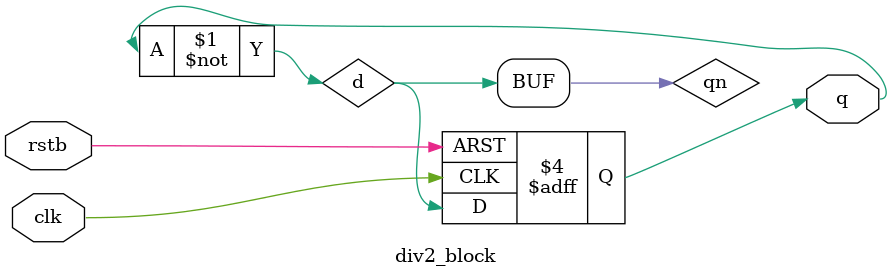
<source format=v>
`timescale 1ns/1ps
module div2_block(q,clk,rstb);
input clk,rstb; //d: data;rstb:neg triggered asynchronous reset
output q;
wire qn,d; //assignment of assign is made as wire
reg q; //assignment of always block is made reset

assign qn=~q;
assign d=qn;
always@(posedge clk or negedge rstb)
begin
if(!rstb) q<=#1 1'b0; //adding delay: tc-q
else q<=#1 d;//adding delay: tc-q, good code style
end
endmodule
 
/* 
//Testbench
module tb_div2_block;
reg clk,rstb;
wire q;
parameter FREQ=2560000;
real clk_half_period= (1.0/(2*FREQ))*1e9; //real stores floating values
div2_block b1(q,clk,rstb);

//clock initiation
initial
begin
clk=0;
forever
#(clk_half_period) clk=~clk; //timeperiod: 2*200ns=400ns: 2.56MHz
end

//signal generation 
initial
begin
$dumpfile("div2_block.vcd");
$dumpvars(2,tb_div2_block);
rstb=0; //Always start with reset so that q assumes initial value=0
#560 rstb=1;//rstb=0; //testing that q should be xx for initial case
repeat(4) @(posedge clk);
#250 rstb=0;
#1200 $finish;
end
endmodule

//testbench analysis
//since 1ns delay is given for output on every clock edge, the output is xx for 1ns until value is assigned to q/qn
*/

</source>
